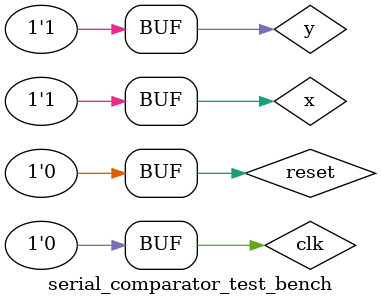
<source format=v>
module serial_comparator_test_bench();
    reg reset, clk, x, y;
    wire g_out, e_out, l_out;
    serial_comparator comparator(.reset(reset), .clk(clk), .x(x), .y(y), .g_out(g_out), .e_out(e_out), .l_out(l_out));
    initial begin
        reset = 1;
        clk = 1;
        x = 0;
        y = 0;
        #5;
       clk = 0;
        #5;

        reset = 0;
        clk = 1;
        #5;
        clk = 0;
        #5;

        x = 0;
        y = 1;
        clk = 1;
        #5;

        clk = 0;
        #5;

        x = 1;
        y = 0;
        clk = 1;
        #5;

        clk = 0;
        #5;
			
 	x = 1;
        y = 1;
        clk = 1;
        #5;

        clk = 0;
        #5;
    end    
endmodule
</source>
